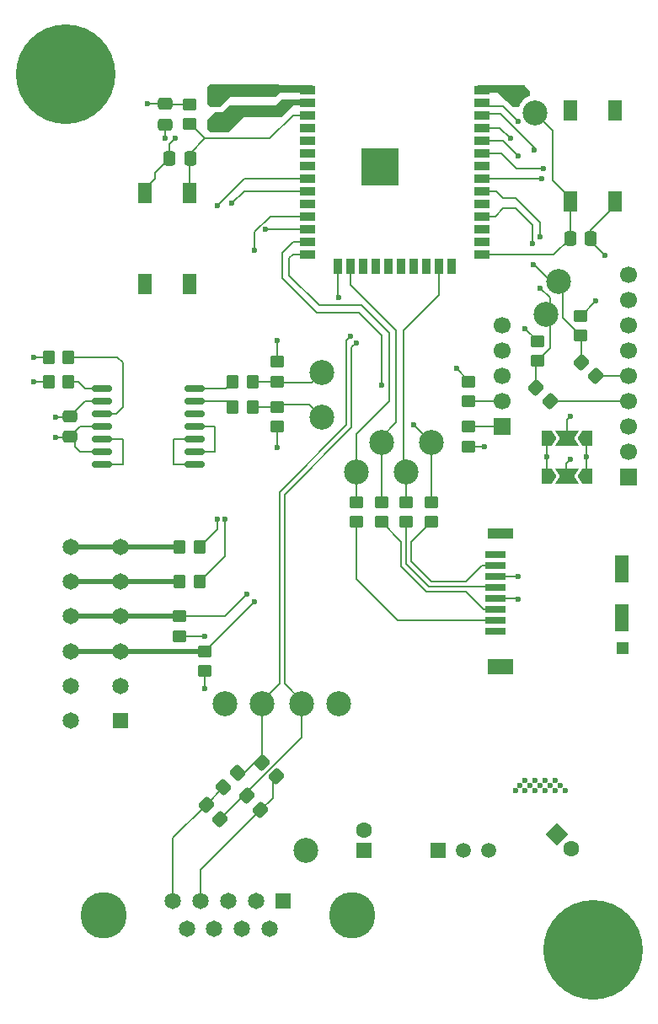
<source format=gbr>
%TF.GenerationSoftware,KiCad,Pcbnew,9.0.1*%
%TF.CreationDate,2025-06-18T18:36:31+02:00*%
%TF.ProjectId,open_g,6f70656e-5f67-42e6-9b69-6361645f7063,rev?*%
%TF.SameCoordinates,Original*%
%TF.FileFunction,Copper,L1,Top*%
%TF.FilePolarity,Positive*%
%FSLAX46Y46*%
G04 Gerber Fmt 4.6, Leading zero omitted, Abs format (unit mm)*
G04 Created by KiCad (PCBNEW 9.0.1) date 2025-06-18 18:36:31*
%MOMM*%
%LPD*%
G01*
G04 APERTURE LIST*
G04 Aperture macros list*
%AMRoundRect*
0 Rectangle with rounded corners*
0 $1 Rounding radius*
0 $2 $3 $4 $5 $6 $7 $8 $9 X,Y pos of 4 corners*
0 Add a 4 corners polygon primitive as box body*
4,1,4,$2,$3,$4,$5,$6,$7,$8,$9,$2,$3,0*
0 Add four circle primitives for the rounded corners*
1,1,$1+$1,$2,$3*
1,1,$1+$1,$4,$5*
1,1,$1+$1,$6,$7*
1,1,$1+$1,$8,$9*
0 Add four rect primitives between the rounded corners*
20,1,$1+$1,$2,$3,$4,$5,0*
20,1,$1+$1,$4,$5,$6,$7,0*
20,1,$1+$1,$6,$7,$8,$9,0*
20,1,$1+$1,$8,$9,$2,$3,0*%
%AMRotRect*
0 Rectangle, with rotation*
0 The origin of the aperture is its center*
0 $1 length*
0 $2 width*
0 $3 Rotation angle, in degrees counterclockwise*
0 Add horizontal line*
21,1,$1,$2,0,0,$3*%
%AMFreePoly0*
4,1,6,1.000000,0.000000,0.500000,-0.750000,-0.500000,-0.750000,-0.500000,0.750000,0.500000,0.750000,1.000000,0.000000,1.000000,0.000000,$1*%
%AMFreePoly1*
4,1,7,0.700000,0.000000,1.200000,-0.750000,-1.200000,-0.750000,-0.700000,0.000000,-1.200000,0.750000,1.200000,0.750000,0.700000,0.000000,0.700000,0.000000,$1*%
G04 Aperture macros list end*
%TA.AperFunction,SMDPad,CuDef*%
%ADD10RoundRect,0.250000X-0.350000X-0.450000X0.350000X-0.450000X0.350000X0.450000X-0.350000X0.450000X0*%
%TD*%
%TA.AperFunction,SMDPad,CuDef*%
%ADD11C,2.500000*%
%TD*%
%TA.AperFunction,SMDPad,CuDef*%
%ADD12RoundRect,0.250000X0.450000X-0.350000X0.450000X0.350000X-0.450000X0.350000X-0.450000X-0.350000X0*%
%TD*%
%TA.AperFunction,SMDPad,CuDef*%
%ADD13FreePoly0,180.000000*%
%TD*%
%TA.AperFunction,SMDPad,CuDef*%
%ADD14FreePoly1,180.000000*%
%TD*%
%TA.AperFunction,SMDPad,CuDef*%
%ADD15FreePoly0,0.000000*%
%TD*%
%TA.AperFunction,ComponentPad*%
%ADD16R,1.700000X1.700000*%
%TD*%
%TA.AperFunction,ComponentPad*%
%ADD17C,1.700000*%
%TD*%
%TA.AperFunction,SMDPad,CuDef*%
%ADD18RoundRect,0.250000X-0.450000X0.350000X-0.450000X-0.350000X0.450000X-0.350000X0.450000X0.350000X0*%
%TD*%
%TA.AperFunction,SMDPad,CuDef*%
%ADD19RoundRect,0.250000X0.337500X0.475000X-0.337500X0.475000X-0.337500X-0.475000X0.337500X-0.475000X0*%
%TD*%
%TA.AperFunction,ComponentPad*%
%ADD20C,0.900000*%
%TD*%
%TA.AperFunction,ComponentPad*%
%ADD21C,10.000000*%
%TD*%
%TA.AperFunction,ComponentPad*%
%ADD22R,1.500000X1.500000*%
%TD*%
%TA.AperFunction,ComponentPad*%
%ADD23C,1.500000*%
%TD*%
%TA.AperFunction,SMDPad,CuDef*%
%ADD24RoundRect,0.250000X0.475000X-0.337500X0.475000X0.337500X-0.475000X0.337500X-0.475000X-0.337500X0*%
%TD*%
%TA.AperFunction,SMDPad,CuDef*%
%ADD25RoundRect,0.250000X0.070711X-0.565685X0.565685X-0.070711X-0.070711X0.565685X-0.565685X0.070711X0*%
%TD*%
%TA.AperFunction,ComponentPad*%
%ADD26R,1.600000X1.600000*%
%TD*%
%TA.AperFunction,ComponentPad*%
%ADD27C,1.600000*%
%TD*%
%TA.AperFunction,SMDPad,CuDef*%
%ADD28RoundRect,0.250000X0.565685X0.070711X0.070711X0.565685X-0.565685X-0.070711X-0.070711X-0.565685X0*%
%TD*%
%TA.AperFunction,SMDPad,CuDef*%
%ADD29R,1.400000X2.100000*%
%TD*%
%TA.AperFunction,SMDPad,CuDef*%
%ADD30RoundRect,0.250000X-0.565685X-0.070711X-0.070711X-0.565685X0.565685X0.070711X0.070711X0.565685X0*%
%TD*%
%TA.AperFunction,ComponentPad*%
%ADD31R,1.650000X1.650000*%
%TD*%
%TA.AperFunction,ComponentPad*%
%ADD32C,1.650000*%
%TD*%
%TA.AperFunction,SMDPad,CuDef*%
%ADD33RoundRect,0.150000X0.875000X0.150000X-0.875000X0.150000X-0.875000X-0.150000X0.875000X-0.150000X0*%
%TD*%
%TA.AperFunction,SMDPad,CuDef*%
%ADD34R,1.500000X0.900000*%
%TD*%
%TA.AperFunction,SMDPad,CuDef*%
%ADD35R,0.900000X1.500000*%
%TD*%
%TA.AperFunction,SMDPad,CuDef*%
%ADD36R,0.900000X0.900000*%
%TD*%
%TA.AperFunction,HeatsinkPad*%
%ADD37C,0.600000*%
%TD*%
%TA.AperFunction,HeatsinkPad*%
%ADD38R,3.800000X3.800000*%
%TD*%
%TA.AperFunction,SMDPad,CuDef*%
%ADD39RoundRect,0.250000X0.350000X0.450000X-0.350000X0.450000X-0.350000X-0.450000X0.350000X-0.450000X0*%
%TD*%
%TA.AperFunction,ComponentPad*%
%ADD40RotRect,1.600000X1.600000X315.000000*%
%TD*%
%TA.AperFunction,ComponentPad*%
%ADD41C,4.650000*%
%TD*%
%TA.AperFunction,SMDPad,CuDef*%
%ADD42R,2.000000X0.700000*%
%TD*%
%TA.AperFunction,SMDPad,CuDef*%
%ADD43R,2.600000X1.000000*%
%TD*%
%TA.AperFunction,SMDPad,CuDef*%
%ADD44R,2.600000X1.500000*%
%TD*%
%TA.AperFunction,SMDPad,CuDef*%
%ADD45R,1.400000X2.700000*%
%TD*%
%TA.AperFunction,SMDPad,CuDef*%
%ADD46R,1.200000X1.200000*%
%TD*%
%TA.AperFunction,SMDPad,CuDef*%
%ADD47RoundRect,0.250000X-0.337500X-0.475000X0.337500X-0.475000X0.337500X0.475000X-0.337500X0.475000X0*%
%TD*%
%TA.AperFunction,SMDPad,CuDef*%
%ADD48RoundRect,0.250000X-0.475000X0.337500X-0.475000X-0.337500X0.475000X-0.337500X0.475000X0.337500X0*%
%TD*%
%TA.AperFunction,ViaPad*%
%ADD49C,0.600000*%
%TD*%
%TA.AperFunction,Conductor*%
%ADD50C,0.200000*%
%TD*%
%TA.AperFunction,Conductor*%
%ADD51C,0.500000*%
%TD*%
G04 APERTURE END LIST*
D10*
%TO.P,R2,1*%
%TO.N,/I2C_3_SDA*%
X117500000Y-103500000D03*
%TO.P,R2,2*%
%TO.N,Net-(U1-IO32)*%
X119500000Y-103500000D03*
%TD*%
D11*
%TO.P,TP12,1,1*%
%TO.N,/SPI_MOSI*%
X137750000Y-93000000D03*
%TD*%
D12*
%TO.P,R5,1*%
%TO.N,Net-(J2-CLK)*%
X140250000Y-101000000D03*
%TO.P,R5,2*%
%TO.N,/SPI_CLK*%
X140250000Y-99000000D03*
%TD*%
D11*
%TO.P,TP1,1,1*%
%TO.N,GND*%
X122000000Y-119250000D03*
%TD*%
D12*
%TO.P,R17,1*%
%TO.N,GND*%
X146533001Y-93440000D03*
%TO.P,R17,2*%
%TO.N,/ISM_SCX*%
X146533001Y-91440000D03*
%TD*%
%TO.P,R3,1*%
%TO.N,/ESP1_EN*%
X118500000Y-61037500D03*
%TO.P,R3,2*%
%TO.N,+3V3*%
X118500000Y-59037500D03*
%TD*%
D10*
%TO.P,R1,1*%
%TO.N,/I2C_3_SCL*%
X117500000Y-107000000D03*
%TO.P,R1,2*%
%TO.N,Net-(U1-IO33)*%
X119500000Y-107000000D03*
%TD*%
D11*
%TO.P,TP2,1,1*%
%TO.N,+12V*%
X130200000Y-134000000D03*
%TD*%
D13*
%TO.P,JP1,1,A*%
%TO.N,GND*%
X158400001Y-96455000D03*
D14*
%TO.P,JP1,2,C*%
%TO.N,/SDO_SA0*%
X156400000Y-96455000D03*
D15*
%TO.P,JP1,3,B*%
%TO.N,+3V3*%
X154399999Y-96455000D03*
%TD*%
D12*
%TO.P,R7,1*%
%TO.N,Net-(J2-CD{slash}DAT3)*%
X135250000Y-101000000D03*
%TO.P,R7,2*%
%TO.N,/SPI_CS*%
X135250000Y-99000000D03*
%TD*%
D16*
%TO.P,J4,1,Pin_1*%
%TO.N,/ISM_SCX*%
X149860000Y-91440000D03*
D17*
%TO.P,J4,2,Pin_2*%
%TO.N,/ISM_SDX*%
X149860000Y-88900000D03*
%TO.P,J4,3,Pin_3*%
%TO.N,/OCS_AUX*%
X149860000Y-86360000D03*
%TO.P,J4,4,Pin_4*%
%TO.N,/SDO_AUX*%
X149860000Y-83820000D03*
%TO.P,J4,5,Pin_5*%
%TO.N,GND*%
X149860000Y-81280000D03*
%TD*%
D18*
%TO.P,R20,1*%
%TO.N,/I2C_2_SDA*%
X127300000Y-89440000D03*
%TO.P,R20,2*%
%TO.N,+3V3*%
X127300000Y-91440000D03*
%TD*%
D12*
%TO.P,R21,1*%
%TO.N,/I2C_2_SCL*%
X127300000Y-86940000D03*
%TO.P,R21,2*%
%TO.N,+3V3*%
X127300000Y-84940000D03*
%TD*%
D19*
%TO.P,C1,1*%
%TO.N,/ESP1_EN*%
X118537500Y-64500000D03*
%TO.P,C1,2*%
%TO.N,GND*%
X116462500Y-64500000D03*
%TD*%
D20*
%TO.P,H2,1*%
%TO.N,N/C*%
X102250000Y-56000000D03*
X103348350Y-53348350D03*
X103348350Y-58651650D03*
X106000000Y-52250000D03*
D21*
X106000000Y-56000000D03*
D20*
X106000000Y-59750000D03*
X108651650Y-53348350D03*
X108651650Y-58651650D03*
X109750000Y-56000000D03*
%TD*%
D22*
%TO.P,PS1,1,+VIN*%
%TO.N,+12V*%
X143460000Y-134000000D03*
D23*
%TO.P,PS1,2,GND*%
%TO.N,GND*%
X146000000Y-134000000D03*
%TO.P,PS1,3,+VOUT*%
%TO.N,+3V3*%
X148540000Y-134000000D03*
%TD*%
D11*
%TO.P,TP16,1,1*%
%TO.N,/ESP1_BOOT*%
X153200000Y-59900000D03*
%TD*%
D24*
%TO.P,C6,1*%
%TO.N,+3V3*%
X126000000Y-59750000D03*
%TO.P,C6,2*%
%TO.N,GND*%
X126000000Y-57675000D03*
%TD*%
D11*
%TO.P,TP10,1,1*%
%TO.N,/SPI_CLK*%
X140250000Y-96000000D03*
%TD*%
D25*
%TO.P,R8,1*%
%TO.N,/UART_1_TX_IO*%
X121896699Y-127660660D03*
%TO.P,R8,2*%
%TO.N,/UART_1_TX*%
X123310913Y-126246446D03*
%TD*%
D26*
%TO.P,C2,1*%
%TO.N,+12V*%
X136000000Y-134000000D03*
D27*
%TO.P,C2,2*%
%TO.N,GND*%
X136000000Y-132000000D03*
%TD*%
D12*
%TO.P,R12,1*%
%TO.N,/I2C_1_SCL*%
X153416000Y-84836000D03*
%TO.P,R12,2*%
%TO.N,+3V3*%
X153416000Y-82836000D03*
%TD*%
D18*
%TO.P,R16,1*%
%TO.N,GND*%
X146533001Y-86900000D03*
%TO.P,R16,2*%
%TO.N,/ISM_SDX*%
X146533001Y-88900000D03*
%TD*%
D20*
%TO.P,H1,1*%
%TO.N,N/C*%
X155250000Y-144000000D03*
X156348350Y-141348350D03*
X156348350Y-146651650D03*
X159000000Y-140250000D03*
D21*
X159000000Y-144000000D03*
D20*
X159000000Y-147750000D03*
X161651650Y-141348350D03*
X161651650Y-146651650D03*
X162750000Y-144000000D03*
%TD*%
D16*
%TO.P,J3,1,Pin_1*%
%TO.N,+3V3*%
X162560000Y-96520000D03*
D17*
%TO.P,J3,2,Pin_2*%
X162560000Y-93980000D03*
%TO.P,J3,3,Pin_3*%
%TO.N,GND*%
X162560000Y-91440001D03*
%TO.P,J3,4,Pin_4*%
%TO.N,Net-(J3-Pin_4)*%
X162560000Y-88900000D03*
%TO.P,J3,5,Pin_5*%
%TO.N,Net-(J3-Pin_5)*%
X162560000Y-86360000D03*
%TO.P,J3,6,Pin_6*%
%TO.N,/SDO_SA0*%
X162560000Y-83820000D03*
%TO.P,J3,7,Pin_7*%
%TO.N,/CS_5V*%
X162560000Y-81280000D03*
%TO.P,J3,8,Pin_8*%
%TO.N,/ISM_INT_1*%
X162560000Y-78739999D03*
%TO.P,J3,9,Pin_9*%
%TO.N,/ISM_INT_2*%
X162560000Y-76200000D03*
%TD*%
D28*
%TO.P,R10,1*%
%TO.N,/UART_1_RX_IO*%
X127200000Y-126600000D03*
%TO.P,R10,2*%
%TO.N,/UART_1_TX*%
X125785786Y-125185786D03*
%TD*%
D29*
%TO.P,IC1,1,NO_1*%
%TO.N,/ESP1_EN*%
X118500000Y-68000000D03*
%TO.P,IC1,2,NO_2*%
%TO.N,unconnected-(IC1-NO_2-Pad2)*%
X118500000Y-77100000D03*
%TO.P,IC1,3,COM_1*%
%TO.N,GND*%
X114000000Y-68000000D03*
%TO.P,IC1,4,COM_2*%
%TO.N,unconnected-(IC1-COM_2-Pad4)*%
X114000000Y-77100000D03*
%TD*%
D28*
%TO.P,R11,1*%
%TO.N,/UART_1_RX_IO*%
X125609010Y-129958757D03*
%TO.P,R11,2*%
%TO.N,/UART_1_RX*%
X124194796Y-128544543D03*
%TD*%
D24*
%TO.P,C8,1*%
%TO.N,+3V3*%
X106450000Y-92477500D03*
%TO.P,C8,2*%
%TO.N,GND*%
X106450000Y-90402500D03*
%TD*%
D13*
%TO.P,JP2,1,A*%
%TO.N,GND*%
X158400002Y-92600000D03*
D14*
%TO.P,JP2,2,C*%
%TO.N,/CS_5V*%
X156400001Y-92600000D03*
D15*
%TO.P,JP2,3,B*%
%TO.N,+3V3*%
X154400000Y-92600000D03*
%TD*%
D18*
%TO.P,R18,1*%
%TO.N,/UART_2_TX*%
X120000000Y-114000000D03*
%TO.P,R18,2*%
%TO.N,+3V3*%
X120000000Y-116000000D03*
%TD*%
D30*
%TO.P,R15,1*%
%TO.N,/I2C_1_SDA*%
X157843786Y-84945786D03*
%TO.P,R15,2*%
%TO.N,Net-(J3-Pin_5)*%
X159258000Y-86360000D03*
%TD*%
D31*
%TO.P,J5,1,1.1*%
%TO.N,GND*%
X111500000Y-121000000D03*
D32*
%TO.P,J5,2,1.2*%
X106500000Y-121000000D03*
%TO.P,J5,3,2.1*%
%TO.N,+3V3*%
X111500000Y-117500000D03*
%TO.P,J5,4,2.2*%
X106500000Y-117500000D03*
%TO.P,J5,5,3.1*%
%TO.N,/UART_2_TX*%
X111500000Y-114000000D03*
%TO.P,J5,6,3.2*%
X106500000Y-114000000D03*
%TO.P,J5,7,4.1*%
%TO.N,/UART_2_RX*%
X111500000Y-110500000D03*
%TO.P,J5,8,4.2*%
X106500000Y-110500000D03*
%TO.P,J5,9,5.1*%
%TO.N,/I2C_3_SCL*%
X111500000Y-107000000D03*
%TO.P,J5,10,5.2*%
X106500000Y-107000000D03*
%TO.P,J5,11,6.1*%
%TO.N,/I2C_3_SDA*%
X111500000Y-103500000D03*
%TO.P,J5,12,6.2*%
X106500000Y-103500000D03*
%TD*%
D11*
%TO.P,TP8,1,1*%
%TO.N,/I2C_1_SCL*%
X154300000Y-80200000D03*
%TD*%
D33*
%TO.P,IC3,1,SGND_1*%
%TO.N,Net-(IC3-SGND_1)*%
X118950000Y-95250000D03*
%TO.P,IC3,2,SOUT-_1*%
%TO.N,Net-(IC3-SOUT-_1)*%
X118950000Y-93980000D03*
%TO.P,IC3,3,SGND_2*%
%TO.N,Net-(IC3-SGND_1)*%
X118950000Y-92710000D03*
%TO.P,IC3,4,SOUT-_2*%
%TO.N,Net-(IC3-SOUT-_1)*%
X118950000Y-91440000D03*
%TO.P,IC3,5,SDO*%
%TO.N,unconnected-(IC3-SDO-Pad5)*%
X118950000Y-90170000D03*
%TO.P,IC3,6,SDI/SDA*%
%TO.N,Net-(IC3-SDI{slash}SDA)*%
X118950000Y-88900000D03*
%TO.P,IC3,7,SCLK/SCL*%
%TO.N,Net-(IC3-SCLK{slash}SCL)*%
X118950000Y-87630000D03*
%TO.P,IC3,8,CSB*%
%TO.N,Net-(IC3-CSB)*%
X109650000Y-87630000D03*
%TO.P,IC3,9,GND*%
%TO.N,GND*%
X109650000Y-88900000D03*
%TO.P,IC3,10,PS*%
%TO.N,Net-(IC3-PS)*%
X109650000Y-90170000D03*
%TO.P,IC3,11,SUPPLY+_1*%
%TO.N,+3V3*%
X109650000Y-91440000D03*
%TO.P,IC3,12,SOUT+_1*%
%TO.N,Net-(IC3-SOUT+_1)*%
X109650000Y-92710000D03*
%TO.P,IC3,13,SUPPLY+_2*%
%TO.N,+3V3*%
X109650000Y-93980000D03*
%TO.P,IC3,14,SOUT+_2*%
%TO.N,Net-(IC3-SOUT+_1)*%
X109650000Y-95250000D03*
%TD*%
D11*
%TO.P,TP15,1,1*%
%TO.N,/UART_1_TX*%
X125750000Y-119250000D03*
%TD*%
D34*
%TO.P,U1,1,GND*%
%TO.N,GND*%
X130350000Y-57610000D03*
%TO.P,U1,2,VDD*%
%TO.N,+3V3*%
X130350000Y-58880000D03*
%TO.P,U1,3,EN*%
%TO.N,/ESP1_EN*%
X130350000Y-60150000D03*
%TO.P,U1,4,SENSOR_VP*%
%TO.N,unconnected-(U1-SENSOR_VP-Pad4)*%
X130350000Y-61420000D03*
%TO.P,U1,5,SENSOR_VN*%
%TO.N,unconnected-(U1-SENSOR_VN-Pad5)*%
X130350000Y-62690000D03*
%TO.P,U1,6,IO34*%
%TO.N,unconnected-(U1-IO34-Pad6)*%
X130350000Y-63960000D03*
%TO.P,U1,7,IO35*%
%TO.N,unconnected-(U1-IO35-Pad7)*%
X130350000Y-65230000D03*
%TO.P,U1,8,IO32*%
%TO.N,Net-(U1-IO32)*%
X130350000Y-66500000D03*
%TO.P,U1,9,IO33*%
%TO.N,Net-(U1-IO33)*%
X130350000Y-67770000D03*
%TO.P,U1,10,IO25*%
%TO.N,unconnected-(U1-IO25-Pad10)*%
X130350000Y-69040000D03*
%TO.P,U1,11,IO26*%
%TO.N,/UART_2_TX*%
X130350000Y-70310000D03*
%TO.P,U1,12,IO27*%
%TO.N,/UART_2_RX*%
X130350000Y-71580000D03*
%TO.P,U1,13,IO14*%
%TO.N,/SPI_MISO*%
X130350000Y-72850000D03*
%TO.P,U1,14,IO12*%
%TO.N,/SPI_CS*%
X130350000Y-74120000D03*
D35*
%TO.P,U1,15,GND*%
%TO.N,GND*%
X133390000Y-75370000D03*
%TO.P,U1,16,IO13*%
%TO.N,/SPI_MOSI*%
X134660000Y-75370000D03*
%TO.P,U1,17,NC*%
%TO.N,unconnected-(U1-NC-Pad17)*%
X135930000Y-75370000D03*
%TO.P,U1,18,NC*%
%TO.N,unconnected-(U1-NC-Pad18)*%
X137200000Y-75370000D03*
%TO.P,U1,19,NC*%
%TO.N,unconnected-(U1-NC-Pad19)*%
X138470000Y-75370000D03*
%TO.P,U1,20,NC*%
%TO.N,unconnected-(U1-NC-Pad20)*%
X139740000Y-75370000D03*
%TO.P,U1,21,NC*%
%TO.N,unconnected-(U1-NC-Pad21)*%
X141010000Y-75370000D03*
%TO.P,U1,22,NC*%
%TO.N,unconnected-(U1-NC-Pad22)*%
X142280000Y-75370000D03*
%TO.P,U1,23,IO15*%
%TO.N,/SPI_CLK*%
X143550000Y-75370000D03*
%TO.P,U1,24,IO2*%
%TO.N,unconnected-(U1-IO2-Pad24)*%
X144820000Y-75370000D03*
D34*
%TO.P,U1,25,IO0*%
%TO.N,/ESP1_BOOT*%
X147850000Y-74120000D03*
%TO.P,U1,26,IO4*%
%TO.N,unconnected-(U1-IO4-Pad26)*%
X147850000Y-72850000D03*
%TO.P,U1,27,IO16*%
%TO.N,unconnected-(U1-IO16-Pad27)*%
X147850000Y-71580000D03*
%TO.P,U1,28,IO17*%
%TO.N,/I2C_1_SDA*%
X147850000Y-70310000D03*
%TO.P,U1,29,IO5*%
%TO.N,unconnected-(U1-IO5-Pad29)*%
X147850000Y-69040000D03*
%TO.P,U1,30,IO18*%
%TO.N,/I2C_1_SCL*%
X147850000Y-67770000D03*
%TO.P,U1,31,IO19*%
%TO.N,/ISM_INT_1*%
X147850000Y-66500000D03*
%TO.P,U1,32,NC*%
%TO.N,unconnected-(U1-NC-Pad32)*%
X147850000Y-65230000D03*
%TO.P,U1,33,IO21*%
%TO.N,/ISM_INT_2*%
X147850000Y-63960000D03*
%TO.P,U1,34,RXD0/IO3*%
%TO.N,/UART_1_RX*%
X147850000Y-62690000D03*
%TO.P,U1,35,TXD0/IO1*%
%TO.N,/UART_1_TX*%
X147850000Y-61420000D03*
%TO.P,U1,36,IO22*%
%TO.N,/I2C_2_SDA*%
X147850000Y-60150000D03*
%TO.P,U1,37,IO23*%
%TO.N,/I2C_2_SCL*%
X147850000Y-58880000D03*
%TO.P,U1,38,GND*%
%TO.N,GND*%
X147850000Y-57610000D03*
D36*
%TO.P,U1,39,GND*%
X136200000Y-63930000D03*
D37*
X136200000Y-64630000D03*
D36*
X136200000Y-65330000D03*
D37*
X136200000Y-66030000D03*
D36*
X136200000Y-66730000D03*
D37*
X136900000Y-63930000D03*
X136900000Y-65330000D03*
X136900000Y-66730000D03*
X137575000Y-64630000D03*
X137575000Y-66030000D03*
D36*
X137600000Y-63930000D03*
X137600000Y-65330000D03*
D38*
X137600000Y-65330000D03*
D36*
X137600000Y-66730000D03*
D37*
X138300000Y-63930000D03*
X138300000Y-65330000D03*
X138300000Y-66730000D03*
D36*
X139000000Y-63930000D03*
D37*
X139000000Y-64630000D03*
D36*
X139000000Y-65330000D03*
D37*
X139000000Y-66030000D03*
D36*
X139000000Y-66730000D03*
%TD*%
D11*
%TO.P,TP14,1,1*%
%TO.N,/UART_1_RX*%
X129750000Y-119250000D03*
%TD*%
D10*
%TO.P,R24,1*%
%TO.N,GND*%
X104300000Y-86940000D03*
%TO.P,R24,2*%
%TO.N,Net-(IC3-CSB)*%
X106300000Y-86940000D03*
%TD*%
D39*
%TO.P,R23,1*%
%TO.N,/I2C_2_SCL*%
X124800000Y-86940000D03*
%TO.P,R23,2*%
%TO.N,Net-(IC3-SCLK{slash}SCL)*%
X122800000Y-86940000D03*
%TD*%
D12*
%TO.P,R6,1*%
%TO.N,Net-(J2-CMD)*%
X137750000Y-101000000D03*
%TO.P,R6,2*%
%TO.N,/SPI_MOSI*%
X137750000Y-99000000D03*
%TD*%
D10*
%TO.P,R22,1*%
%TO.N,Net-(IC3-SDI{slash}SDA)*%
X122800000Y-89440000D03*
%TO.P,R22,2*%
%TO.N,/I2C_2_SDA*%
X124800000Y-89440000D03*
%TD*%
D40*
%TO.P,C3,1*%
%TO.N,+3V3*%
X155385786Y-132385786D03*
D27*
%TO.P,C3,2*%
%TO.N,GND*%
X156800000Y-133800000D03*
%TD*%
D12*
%TO.P,R4,1*%
%TO.N,Net-(J2-DAT0)*%
X142750000Y-101000000D03*
%TO.P,R4,2*%
%TO.N,/SPI_MISO*%
X142750000Y-99000000D03*
%TD*%
%TO.P,R14,1*%
%TO.N,/I2C_1_SDA*%
X157734000Y-82296000D03*
%TO.P,R14,2*%
%TO.N,+3V3*%
X157734000Y-80296000D03*
%TD*%
D18*
%TO.P,R19,1*%
%TO.N,/UART_2_RX*%
X117500000Y-110500000D03*
%TO.P,R19,2*%
%TO.N,+3V3*%
X117500000Y-112500000D03*
%TD*%
D11*
%TO.P,TP9,1,1*%
%TO.N,/I2C_1_SDA*%
X155600000Y-76900000D03*
%TD*%
D31*
%TO.P,J1,1,1*%
%TO.N,GND*%
X127895000Y-139080000D03*
D32*
%TO.P,J1,2,2*%
%TO.N,+12V*%
X125125000Y-139080000D03*
%TO.P,J1,3,3*%
%TO.N,unconnected-(J1-Pad3)*%
X122355000Y-139080000D03*
%TO.P,J1,4,4*%
%TO.N,/UART_1_RX_IO*%
X119585000Y-139080000D03*
%TO.P,J1,5,5*%
%TO.N,/UART_1_TX_IO*%
X116815000Y-139080000D03*
%TO.P,J1,6,6*%
%TO.N,unconnected-(J1-Pad6)*%
X126510000Y-141920000D03*
%TO.P,J1,7,7*%
%TO.N,unconnected-(J1-Pad7)*%
X123740000Y-141920000D03*
%TO.P,J1,8,8*%
%TO.N,unconnected-(J1-Pad8)*%
X120970000Y-141920000D03*
%TO.P,J1,9,9*%
%TO.N,unconnected-(J1-Pad9)*%
X118200000Y-141920000D03*
D41*
%TO.P,J1,MH1*%
%TO.N,N/C*%
X134850000Y-140500000D03*
%TO.P,J1,MH2*%
X109860000Y-140500000D03*
%TD*%
D11*
%TO.P,TP5,1,1*%
%TO.N,/I2C_2_SDA*%
X131750000Y-90500000D03*
%TD*%
D24*
%TO.P,C7,1*%
%TO.N,+3V3*%
X123500000Y-59750000D03*
%TO.P,C7,2*%
%TO.N,GND*%
X123500000Y-57675000D03*
%TD*%
D11*
%TO.P,TP3,1,1*%
%TO.N,+3V3*%
X133500000Y-119250000D03*
%TD*%
D29*
%TO.P,IC2,1,NO_1*%
%TO.N,/ESP1_BOOT*%
X156750000Y-68800000D03*
%TO.P,IC2,2,NO_2*%
%TO.N,unconnected-(IC2-NO_2-Pad2)*%
X156750000Y-59700000D03*
%TO.P,IC2,3,COM_1*%
%TO.N,GND*%
X161250000Y-68800000D03*
%TO.P,IC2,4,COM_2*%
%TO.N,unconnected-(IC2-COM_2-Pad4)*%
X161250000Y-59700000D03*
%TD*%
D30*
%TO.P,R9,1*%
%TO.N,/UART_1_TX_IO*%
X120128932Y-129428427D03*
%TO.P,R9,2*%
%TO.N,/UART_1_RX*%
X121543146Y-130842641D03*
%TD*%
%TO.P,R13,1*%
%TO.N,/I2C_1_SCL*%
X153271786Y-87485786D03*
%TO.P,R13,2*%
%TO.N,Net-(J3-Pin_4)*%
X154686000Y-88900000D03*
%TD*%
D39*
%TO.P,R25,1*%
%TO.N,Net-(IC3-PS)*%
X106300000Y-84440000D03*
%TO.P,R25,2*%
%TO.N,+3V3*%
X104300000Y-84440000D03*
%TD*%
D11*
%TO.P,TP13,1,1*%
%TO.N,/SPI_CS*%
X135250000Y-96000000D03*
%TD*%
D42*
%TO.P,J2,1,DAT2*%
%TO.N,unconnected-(J2-DAT2-Pad1)*%
X149225000Y-112000000D03*
%TO.P,J2,2,CD/DAT3*%
%TO.N,Net-(J2-CD{slash}DAT3)*%
X149225000Y-110900000D03*
%TO.P,J2,3,CMD*%
%TO.N,Net-(J2-CMD)*%
X149225000Y-109800000D03*
%TO.P,J2,4,VDD*%
%TO.N,+3V3*%
X149225000Y-108700000D03*
%TO.P,J2,5,CLK*%
%TO.N,Net-(J2-CLK)*%
X149225000Y-107600000D03*
%TO.P,J2,6,VSS*%
%TO.N,GND*%
X149225000Y-106500000D03*
%TO.P,J2,7,DAT0*%
%TO.N,Net-(J2-DAT0)*%
X149225000Y-105400000D03*
%TO.P,J2,8,DAT1*%
%TO.N,unconnected-(J2-DAT1-Pad8)*%
X149225000Y-104300000D03*
D43*
%TO.P,J2,MP1,MP1*%
%TO.N,GND*%
X149725000Y-102200000D03*
D44*
%TO.P,J2,MP2,MP2*%
X149725000Y-115550000D03*
D45*
%TO.P,J2,MP3,MP3*%
X161925000Y-105700000D03*
%TO.P,J2,MP4,MP4*%
X161925000Y-110600000D03*
D46*
%TO.P,J2,MP5,MP5*%
X162025000Y-113650000D03*
%TD*%
D11*
%TO.P,TP4,1,1*%
%TO.N,/I2C_2_SCL*%
X131750000Y-86000000D03*
%TD*%
D47*
%TO.P,C4,1*%
%TO.N,/ESP1_BOOT*%
X156712500Y-72500000D03*
%TO.P,C4,2*%
%TO.N,GND*%
X158787500Y-72500000D03*
%TD*%
D48*
%TO.P,C5,1*%
%TO.N,+3V3*%
X116000000Y-59000000D03*
%TO.P,C5,2*%
%TO.N,GND*%
X116000000Y-61075000D03*
%TD*%
D11*
%TO.P,TP11,1,1*%
%TO.N,/SPI_MISO*%
X142750000Y-93000000D03*
%TD*%
D49*
%TO.N,GND*%
X145288000Y-85598000D03*
X151765000Y-58420000D03*
X162000000Y-113750000D03*
X120650000Y-58166000D03*
X102800000Y-86940000D03*
X122000000Y-119250000D03*
X121412000Y-58928000D03*
X151257000Y-58928000D03*
X160250000Y-74250000D03*
X149750000Y-102250000D03*
X162000000Y-105750000D03*
X133500000Y-78500000D03*
X152273000Y-57912000D03*
X121412000Y-58166000D03*
X151500000Y-106500000D03*
X158369000Y-94488000D03*
X162000000Y-110750000D03*
X148082000Y-93421200D03*
X151003000Y-58166000D03*
X121412000Y-57404000D03*
X105000000Y-90500000D03*
X116000000Y-62500000D03*
X120650000Y-58928000D03*
X117000000Y-62500000D03*
X149750000Y-115500000D03*
X120650000Y-57404000D03*
X151511000Y-57658000D03*
%TO.N,+3V3*%
X154200000Y-127000000D03*
X153200000Y-128000000D03*
X153700000Y-127500000D03*
X155200000Y-128000000D03*
X151500000Y-108750000D03*
X151200000Y-128000000D03*
X154400000Y-94500000D03*
X114250000Y-59000000D03*
X152200000Y-81600000D03*
X152200000Y-128000000D03*
X152200000Y-127000000D03*
X120650000Y-61468000D03*
X121412000Y-61468000D03*
X127250000Y-82750000D03*
X152700000Y-127500000D03*
X154700000Y-127500000D03*
X102800000Y-84440000D03*
X155200000Y-127000000D03*
X159300000Y-78800000D03*
X120000000Y-112500000D03*
X127250000Y-93500000D03*
X120650000Y-60706000D03*
X154200000Y-128000000D03*
X151700000Y-127500000D03*
X156200000Y-128000000D03*
X121412000Y-60706000D03*
X133500000Y-119250000D03*
X155700000Y-127500000D03*
X105000000Y-92500000D03*
X153200000Y-127000000D03*
X122174000Y-60706000D03*
X120000000Y-117750000D03*
X122174000Y-61468000D03*
%TO.N,+12V*%
X130200000Y-134000000D03*
%TO.N,/UART_1_TX*%
X134625000Y-82375000D03*
X150750000Y-62500000D03*
%TO.N,/UART_1_RX*%
X151500000Y-64250000D03*
X135250000Y-83000000D03*
%TO.N,/SPI_MISO*%
X137750000Y-87250000D03*
X141000000Y-91250000D03*
%TO.N,/I2C_1_SCL*%
X153700000Y-77500000D03*
X153700000Y-72400000D03*
%TO.N,/I2C_1_SDA*%
X152950003Y-73038138D03*
X153000000Y-75200000D03*
%TO.N,/I2C_2_SDA*%
X131750000Y-90500000D03*
X153125000Y-63625000D03*
%TO.N,/I2C_2_SCL*%
X131750000Y-86000000D03*
X151500000Y-60750000D03*
%TO.N,/UART_2_TX*%
X125000000Y-73750000D03*
X125000000Y-109000000D03*
%TO.N,/UART_2_RX*%
X126125000Y-71625000D03*
X124250000Y-108250000D03*
%TO.N,Net-(U1-IO33)*%
X122750000Y-69000000D03*
X122050003Y-100750000D03*
%TO.N,Net-(U1-IO32)*%
X121250000Y-69250000D03*
X121250000Y-100750000D03*
%TO.N,/CS_5V*%
X156718000Y-90424000D03*
%TO.N,/SDO_SA0*%
X156718000Y-94742000D03*
%TO.N,/ISM_INT_2*%
X154000000Y-65500000D03*
%TO.N,/ISM_INT_1*%
X153900000Y-66500000D03*
%TD*%
D50*
%TO.N,GND*%
X146533001Y-86843001D02*
X146533001Y-86900000D01*
X146533001Y-93440000D02*
X148063200Y-93440000D01*
X161950000Y-105700000D02*
X162000000Y-105750000D01*
X114000000Y-67500000D02*
X115000000Y-66500000D01*
X158787500Y-71712500D02*
X158787500Y-72500000D01*
X161250000Y-68800000D02*
X161250000Y-69250000D01*
X161925000Y-105700000D02*
X161950000Y-105700000D01*
X133390000Y-78390000D02*
X133500000Y-78500000D01*
X106262500Y-90402500D02*
X106450000Y-90402500D01*
X114000000Y-68000000D02*
X114000000Y-67500000D01*
X145288000Y-85598000D02*
X146533001Y-86843001D01*
X158787500Y-72787500D02*
X160250000Y-74250000D01*
X161925000Y-110600000D02*
X161925000Y-110675000D01*
X109650000Y-88900000D02*
X107952500Y-88900000D01*
X158369000Y-94488000D02*
X158369000Y-92424000D01*
X115000000Y-66500000D02*
X115000000Y-65962500D01*
X158369000Y-94488000D02*
X158496000Y-94488000D01*
X149725000Y-102200000D02*
X149725000Y-102225000D01*
X116462500Y-63037500D02*
X117000000Y-62500000D01*
X116000000Y-61075000D02*
X116000000Y-62500000D01*
X158369000Y-96298000D02*
X158369000Y-94488000D01*
X105000000Y-90500000D02*
X106165000Y-90500000D01*
X106165000Y-90500000D02*
X106262500Y-90402500D01*
X104300000Y-86940000D02*
X102800000Y-86940000D01*
X149725000Y-102225000D02*
X149750000Y-102250000D01*
X158787500Y-72500000D02*
X158787500Y-72787500D01*
X162025000Y-113725000D02*
X162000000Y-113750000D01*
X162025000Y-113650000D02*
X162025000Y-113725000D01*
X149725000Y-115550000D02*
X149725000Y-115525000D01*
X116462500Y-64500000D02*
X116462500Y-63037500D01*
X107952500Y-88900000D02*
X106450000Y-90402500D01*
X133390000Y-75370000D02*
X133390000Y-78390000D01*
X115000000Y-65962500D02*
X116462500Y-64500000D01*
X149725000Y-115525000D02*
X149750000Y-115500000D01*
X161250000Y-69250000D02*
X158787500Y-71712500D01*
X161925000Y-110675000D02*
X162000000Y-110750000D01*
X148063200Y-93440000D02*
X148082000Y-93421200D01*
X149225000Y-106500000D02*
X151500000Y-106500000D01*
%TO.N,+3V3*%
X153416000Y-82836000D02*
X153416000Y-82816000D01*
X154400000Y-94500000D02*
X154400000Y-92487000D01*
X127300000Y-84940000D02*
X127300000Y-82800000D01*
X120000000Y-116000000D02*
X120000000Y-117750000D01*
X106950000Y-91940000D02*
X107450000Y-91440000D01*
X127300000Y-93450000D02*
X127250000Y-93500000D01*
X116000000Y-59000000D02*
X116500000Y-59000000D01*
X127300000Y-82800000D02*
X127250000Y-82750000D01*
X104300000Y-84440000D02*
X102800000Y-84440000D01*
X116537500Y-59037500D02*
X118500000Y-59037500D01*
X109650000Y-93980000D02*
X107490000Y-93980000D01*
X106277500Y-92477500D02*
X106450000Y-92477500D01*
X107490000Y-93980000D02*
X106950000Y-93440000D01*
X149225000Y-108700000D02*
X151450000Y-108700000D01*
X106255000Y-92500000D02*
X106277500Y-92477500D01*
X154400000Y-92487000D02*
X154369000Y-92456000D01*
X116000000Y-59000000D02*
X114250000Y-59000000D01*
X157804000Y-80296000D02*
X159300000Y-78800000D01*
X116500000Y-59000000D02*
X116537500Y-59037500D01*
X154400000Y-96456999D02*
X154336999Y-96520000D01*
X154400000Y-94500000D02*
X154400000Y-96456999D01*
X127300000Y-91440000D02*
X127300000Y-93450000D01*
X107450000Y-91440000D02*
X109650000Y-91440000D01*
X153416000Y-82816000D02*
X152200000Y-81600000D01*
X105000000Y-92500000D02*
X106255000Y-92500000D01*
X106950000Y-93440000D02*
X106950000Y-91940000D01*
X117500000Y-112500000D02*
X120000000Y-112500000D01*
X157734000Y-80296000D02*
X157804000Y-80296000D01*
X151450000Y-108700000D02*
X151500000Y-108750000D01*
%TO.N,Net-(J2-CLK)*%
X149225000Y-107600000D02*
X149125000Y-107500000D01*
X142500000Y-107500000D02*
X140250000Y-105250000D01*
X140250000Y-105250000D02*
X140250000Y-101000000D01*
X149125000Y-107500000D02*
X142500000Y-107500000D01*
%TO.N,Net-(J2-DAT0)*%
X147850000Y-105400000D02*
X149225000Y-105400000D01*
X142750000Y-101000000D02*
X140750000Y-103000000D01*
X140750000Y-105000000D02*
X142750000Y-107000000D01*
X146250000Y-107000000D02*
X147850000Y-105400000D01*
X140750000Y-103000000D02*
X140750000Y-105000000D01*
X142750000Y-107000000D02*
X146250000Y-107000000D01*
%TO.N,Net-(J2-CMD)*%
X139750000Y-105500000D02*
X139750000Y-103000000D01*
X148050000Y-109800000D02*
X146250000Y-108000000D01*
X142250000Y-108000000D02*
X139750000Y-105500000D01*
X146250000Y-108000000D02*
X142250000Y-108000000D01*
X139750000Y-103000000D02*
X137750000Y-101000000D01*
X149225000Y-109800000D02*
X148050000Y-109800000D01*
%TO.N,/UART_1_TX*%
X125785786Y-119285786D02*
X125785786Y-124478680D01*
X125785786Y-124478680D02*
X124018019Y-126246447D01*
X124018019Y-126246447D02*
X123310913Y-126246447D01*
X127500000Y-117250000D02*
X125750000Y-119000000D01*
X127500000Y-98000000D02*
X127500000Y-117250000D01*
X134250000Y-91250000D02*
X127500000Y-98000000D01*
X149670000Y-61420000D02*
X147850000Y-61420000D01*
X125750000Y-119250000D02*
X125785786Y-119285786D01*
X134625000Y-82375000D02*
X134250000Y-82750000D01*
X134250000Y-82750000D02*
X134250000Y-91250000D01*
X150750000Y-62500000D02*
X149670000Y-61420000D01*
%TO.N,/UART_1_RX*%
X129750000Y-120800000D02*
X129750000Y-122635786D01*
X151500000Y-64250000D02*
X149940000Y-62690000D01*
X129750000Y-119250000D02*
X129750000Y-120800000D01*
X128000000Y-117250000D02*
X129750000Y-119000000D01*
X129750000Y-119000000D02*
X129750000Y-120800000D01*
X129750000Y-122635786D02*
X121543146Y-130842640D01*
X134750000Y-83500000D02*
X134750000Y-91500000D01*
X135250000Y-83000000D02*
X134750000Y-83500000D01*
X128000000Y-98250000D02*
X128000000Y-117250000D01*
X134750000Y-91500000D02*
X128000000Y-98250000D01*
X121543146Y-130842640D02*
X121543146Y-130842641D01*
X147310000Y-62690000D02*
X147850000Y-62690000D01*
X149940000Y-62690000D02*
X147850000Y-62690000D01*
%TO.N,/SPI_CLK*%
X143550000Y-78200000D02*
X143550000Y-75370000D01*
X140250000Y-98750000D02*
X140250000Y-96000000D01*
X140250000Y-96000000D02*
X140000000Y-95750000D01*
X140000000Y-95750000D02*
X140000000Y-81750000D01*
X140000000Y-81750000D02*
X143550000Y-78200000D01*
%TO.N,/SPI_CS*%
X138500000Y-88900000D02*
X138500000Y-82000000D01*
X128880000Y-74120000D02*
X130350000Y-74120000D01*
X135750000Y-79250000D02*
X131500000Y-79250000D01*
X135200000Y-95950000D02*
X135200000Y-92200000D01*
X138500000Y-82000000D02*
X135750000Y-79250000D01*
X128500000Y-74500000D02*
X128880000Y-74120000D01*
X128500000Y-76250000D02*
X128500000Y-74500000D01*
X135250000Y-98750000D02*
X135250000Y-95750000D01*
X131500000Y-79250000D02*
X128500000Y-76250000D01*
X135250000Y-96000000D02*
X135200000Y-95950000D01*
X135200000Y-92200000D02*
X138500000Y-88900000D01*
%TO.N,/SPI_MISO*%
X137750000Y-82250000D02*
X135500000Y-80000000D01*
X127750000Y-74000000D02*
X128900000Y-72850000D01*
X128900000Y-72850000D02*
X130350000Y-72850000D01*
X137750000Y-87250000D02*
X137750000Y-82250000D01*
X127750000Y-76500000D02*
X127750000Y-74000000D01*
X131250000Y-80000000D02*
X127750000Y-76500000D01*
X142750000Y-93000000D02*
X142750000Y-98750000D01*
X141000000Y-91250000D02*
X142750000Y-93000000D01*
X135500000Y-80000000D02*
X131250000Y-80000000D01*
%TO.N,/SPI_MOSI*%
X139250000Y-81750000D02*
X134660000Y-77160000D01*
X137750000Y-98750000D02*
X137750000Y-93000000D01*
X137750000Y-92500000D02*
X139250000Y-91000000D01*
X134660000Y-77160000D02*
X134660000Y-75370000D01*
X139250000Y-91000000D02*
X139250000Y-81750000D01*
X137750000Y-93000000D02*
X137750000Y-92500000D01*
%TO.N,/I2C_1_SCL*%
X154686000Y-78486000D02*
X154686000Y-83566000D01*
X149270000Y-67770000D02*
X147850000Y-67770000D01*
X154686000Y-83566000D02*
X153416000Y-84836000D01*
X153271786Y-84980214D02*
X153416000Y-84836000D01*
X153700000Y-70950000D02*
X151250000Y-68500000D01*
X150000000Y-68500000D02*
X149270000Y-67770000D01*
X153700000Y-72400000D02*
X153700000Y-70950000D01*
X151250000Y-68500000D02*
X150000000Y-68500000D01*
X153271786Y-87485786D02*
X153271786Y-84980214D01*
X153700000Y-77500000D02*
X154686000Y-78486000D01*
%TO.N,/I2C_1_SDA*%
X152950003Y-71200003D02*
X151250000Y-69500000D01*
X157843786Y-82405786D02*
X157843786Y-84945786D01*
X157734000Y-82296000D02*
X157843786Y-82405786D01*
X155956000Y-78070000D02*
X155956000Y-80518000D01*
X149190000Y-70310000D02*
X147850000Y-70310000D01*
X150000000Y-69500000D02*
X149190000Y-70310000D01*
X152950003Y-73038138D02*
X152950003Y-71200003D01*
X151250000Y-69500000D02*
X150000000Y-69500000D01*
X153086000Y-75200000D02*
X155956000Y-78070000D01*
X155956000Y-80518000D02*
X157734000Y-82296000D01*
X153000000Y-75200000D02*
X153086000Y-75200000D01*
%TO.N,/ESP1_EN*%
X118537500Y-64500000D02*
X118537500Y-63961500D01*
X118500000Y-61037500D02*
X118500000Y-61000000D01*
X119500000Y-62000000D02*
X119984000Y-62484000D01*
X126516000Y-62484000D02*
X128850000Y-60150000D01*
X118500000Y-61000000D02*
X119500000Y-62000000D01*
X118537500Y-63961500D02*
X119999500Y-62499500D01*
X119999500Y-62499500D02*
X119500000Y-62000000D01*
X128850000Y-60150000D02*
X130350000Y-60150000D01*
X118500000Y-64537500D02*
X118537500Y-64500000D01*
X119984000Y-62484000D02*
X126516000Y-62484000D01*
X118500000Y-68000000D02*
X118500000Y-64537500D01*
%TO.N,/ESP1_BOOT*%
X147850000Y-74120000D02*
X155000000Y-74120000D01*
X155000000Y-74120000D02*
X155092500Y-74120000D01*
X155000000Y-61700000D02*
X153200000Y-59900000D01*
X156750000Y-68800000D02*
X156750000Y-68450000D01*
X155000000Y-66700000D02*
X155000000Y-61700000D01*
X156712500Y-68837500D02*
X156750000Y-68800000D01*
X156712500Y-72500000D02*
X156712500Y-68837500D01*
X155092500Y-74120000D02*
X156712500Y-72500000D01*
X156750000Y-68450000D02*
X155000000Y-66700000D01*
%TO.N,/I2C_2_SDA*%
X153125000Y-63625000D02*
X153125000Y-63375000D01*
X131750000Y-90500000D02*
X130500000Y-89250000D01*
X127490000Y-89250000D02*
X127300000Y-89440000D01*
X124800000Y-89440000D02*
X127300000Y-89440000D01*
X149750000Y-60000000D02*
X148000000Y-60000000D01*
X130500000Y-89250000D02*
X127490000Y-89250000D01*
X153125000Y-63375000D02*
X149750000Y-60000000D01*
X148000000Y-60000000D02*
X147850000Y-60150000D01*
%TO.N,/I2C_2_SCL*%
X130750000Y-87000000D02*
X127360000Y-87000000D01*
X151500000Y-60750000D02*
X150000000Y-59250000D01*
X124800000Y-86940000D02*
X127300000Y-86940000D01*
X131750000Y-86000000D02*
X130750000Y-87000000D01*
X148220000Y-59250000D02*
X147850000Y-58880000D01*
X127360000Y-87000000D02*
X127300000Y-86940000D01*
X150000000Y-59250000D02*
X148220000Y-59250000D01*
D51*
%TO.N,/I2C_3_SDA*%
X106500000Y-103500000D02*
X117500000Y-103500000D01*
D50*
%TO.N,/UART_2_TX*%
X126590057Y-70310000D02*
X130350000Y-70310000D01*
X125000000Y-109000000D02*
X120000000Y-114000000D01*
D51*
X106500000Y-114000000D02*
X120000000Y-114000000D01*
D50*
X125000000Y-73750000D02*
X125000000Y-71900057D01*
X125000000Y-71900057D02*
X126590057Y-70310000D01*
D51*
%TO.N,/I2C_3_SCL*%
X106500000Y-107000000D02*
X117500000Y-107000000D01*
D50*
%TO.N,/UART_2_RX*%
X126125000Y-71625000D02*
X126170000Y-71580000D01*
X126170000Y-71580000D02*
X130350000Y-71580000D01*
X124250000Y-108250000D02*
X122000000Y-110500000D01*
D51*
X106500000Y-110500000D02*
X117500000Y-110500000D01*
D50*
X122000000Y-110500000D02*
X117500000Y-110500000D01*
%TO.N,Net-(U1-IO33)*%
X119500000Y-107000000D02*
X122050003Y-104449997D01*
X123980000Y-67770000D02*
X130350000Y-67770000D01*
X122050003Y-104449997D02*
X122050003Y-100750000D01*
X122750000Y-69000000D02*
X123980000Y-67770000D01*
%TO.N,Net-(U1-IO32)*%
X119500000Y-103500000D02*
X121250000Y-101750000D01*
X124000000Y-66500000D02*
X130350000Y-66500000D01*
X121250000Y-101500000D02*
X121250000Y-100750000D01*
X121250000Y-69250000D02*
X124000000Y-66500000D01*
X121250000Y-101750000D02*
X121250000Y-101500000D01*
%TO.N,/UART_1_TX_IO*%
X116815000Y-139080000D02*
X116815000Y-132742359D01*
X116815000Y-132742359D02*
X120128932Y-129428427D01*
X121896699Y-127660660D02*
X120128932Y-129428427D01*
%TO.N,/UART_1_RX_IO*%
X119585000Y-139080000D02*
X119585000Y-135982767D01*
X126846447Y-126953553D02*
X126846447Y-128721320D01*
X126846447Y-128721320D02*
X125609010Y-129958757D01*
X119585000Y-135982767D02*
X125609010Y-129958757D01*
%TO.N,Net-(J2-CD{slash}DAT3)*%
X135250000Y-106750000D02*
X135250000Y-101000000D01*
X139400000Y-110900000D02*
X135250000Y-106750000D01*
X149225000Y-110900000D02*
X139400000Y-110900000D01*
%TO.N,Net-(IC3-SDI{slash}SDA)*%
X122260000Y-88900000D02*
X122800000Y-89440000D01*
X118950000Y-88900000D02*
X122260000Y-88900000D01*
%TO.N,Net-(IC3-SGND_1)*%
X116840000Y-95250000D02*
X116840000Y-92710000D01*
X116840000Y-92710000D02*
X118950000Y-92710000D01*
X118950000Y-95250000D02*
X116840000Y-95250000D01*
%TO.N,/CS_5V*%
X156369000Y-90773000D02*
X156718000Y-90424000D01*
X156369000Y-92456000D02*
X156369000Y-90773000D01*
X156369000Y-92583000D02*
X156368999Y-92456000D01*
%TO.N,/SDO_SA0*%
X156337000Y-95123000D02*
X156718000Y-94742000D01*
X156337000Y-96520000D02*
X156337000Y-95123000D01*
%TO.N,/ISM_INT_2*%
X154000000Y-65500000D02*
X151300000Y-65500000D01*
X149760000Y-63960000D02*
X147850000Y-63960000D01*
X151300000Y-65500000D02*
X149760000Y-63960000D01*
%TO.N,/ISM_INT_1*%
X153900000Y-66500000D02*
X147850000Y-66500000D01*
%TO.N,/ISM_SCX*%
X149860000Y-91440000D02*
X146533001Y-91440000D01*
%TO.N,/ISM_SDX*%
X149860000Y-88900000D02*
X146533001Y-88900000D01*
%TO.N,Net-(IC3-SOUT+_1)*%
X111760000Y-95250000D02*
X111760000Y-92710000D01*
X109650000Y-95250000D02*
X111760000Y-95250000D01*
X111760000Y-92710000D02*
X109650000Y-92710000D01*
%TO.N,Net-(IC3-SOUT-_1)*%
X118950000Y-91440000D02*
X121031000Y-91440000D01*
X121031000Y-93980000D02*
X118950000Y-93980000D01*
X121031000Y-91440000D02*
X121031000Y-93980000D01*
%TO.N,Net-(IC3-SCLK{slash}SCL)*%
X122110000Y-87630000D02*
X122800000Y-86940000D01*
X118950000Y-87630000D02*
X122110000Y-87630000D01*
%TO.N,Net-(IC3-PS)*%
X111750000Y-85000000D02*
X111190000Y-84440000D01*
X111190000Y-84440000D02*
X106300000Y-84440000D01*
X111070000Y-90170000D02*
X111750000Y-89490000D01*
X109650000Y-90170000D02*
X111070000Y-90170000D01*
X111750000Y-89490000D02*
X111750000Y-85000000D01*
%TO.N,Net-(IC3-CSB)*%
X107990000Y-87630000D02*
X109650000Y-87630000D01*
X106300000Y-86940000D02*
X107300000Y-86940000D01*
X107300000Y-86940000D02*
X107990000Y-87630000D01*
%TO.N,Net-(J3-Pin_5)*%
X159258000Y-86360000D02*
X162560000Y-86360000D01*
%TO.N,Net-(J3-Pin_4)*%
X162560000Y-88900000D02*
X154686000Y-88900000D01*
%TD*%
%TA.AperFunction,Conductor*%
%TO.N,+3V3*%
G36*
X129484784Y-58553071D02*
G01*
X129484965Y-58552307D01*
X129492516Y-58554091D01*
X129499444Y-58554835D01*
X129552127Y-58560500D01*
X130899137Y-58560499D01*
X130928577Y-58569143D01*
X130958564Y-58575667D01*
X130963579Y-58579421D01*
X130966176Y-58580184D01*
X130986818Y-58596818D01*
X131027681Y-58637681D01*
X131061166Y-58699004D01*
X131064000Y-58725362D01*
X131064000Y-58876638D01*
X131044315Y-58943677D01*
X131027681Y-58964319D01*
X130846319Y-59145681D01*
X130784996Y-59179166D01*
X130758638Y-59182000D01*
X128904999Y-59182000D01*
X127798319Y-60288681D01*
X127736996Y-60322166D01*
X127710638Y-60325000D01*
X123951999Y-60325000D01*
X122464319Y-61812681D01*
X122402996Y-61846166D01*
X122376638Y-61849000D01*
X120574362Y-61849000D01*
X120507323Y-61829315D01*
X120486681Y-61812681D01*
X120305319Y-61631319D01*
X120271834Y-61569996D01*
X120269000Y-61543638D01*
X120269000Y-60630362D01*
X120288685Y-60563323D01*
X120305319Y-60542681D01*
X120994681Y-59853319D01*
X121056004Y-59819834D01*
X121082362Y-59817000D01*
X121793000Y-59817000D01*
X122391681Y-59218319D01*
X122453004Y-59184834D01*
X122479362Y-59182000D01*
X127101617Y-59182000D01*
X127732790Y-58581185D01*
X127794920Y-58549221D01*
X127818285Y-58547000D01*
X129451133Y-58547000D01*
X129484784Y-58553071D01*
G37*
%TD.AperFunction*%
%TD*%
%TA.AperFunction,Conductor*%
%TO.N,GND*%
G36*
X127396677Y-57042685D02*
G01*
X127417319Y-57059319D01*
X127508000Y-57150000D01*
X130758638Y-57150000D01*
X130825677Y-57169685D01*
X130846319Y-57186319D01*
X131027681Y-57367681D01*
X131061166Y-57429004D01*
X131064000Y-57455362D01*
X131064000Y-57788000D01*
X131044315Y-57855039D01*
X130991511Y-57900794D01*
X130940000Y-57912000D01*
X127507999Y-57912000D01*
X127163319Y-58256681D01*
X127101996Y-58290166D01*
X127075638Y-58293000D01*
X122554999Y-58293000D01*
X121575319Y-59272681D01*
X121513996Y-59306166D01*
X121487638Y-59309000D01*
X120574362Y-59309000D01*
X120507323Y-59289315D01*
X120486681Y-59272681D01*
X120305319Y-59091319D01*
X120271834Y-59029996D01*
X120269000Y-59003638D01*
X120269000Y-57328362D01*
X120288685Y-57261323D01*
X120305319Y-57240681D01*
X120486681Y-57059319D01*
X120548004Y-57025834D01*
X120574362Y-57023000D01*
X127329638Y-57023000D01*
X127396677Y-57042685D01*
G37*
%TD.AperFunction*%
%TD*%
%TA.AperFunction,Conductor*%
%TO.N,GND*%
G36*
X152161677Y-57169685D02*
G01*
X152182319Y-57186319D01*
X152617681Y-57621681D01*
X152651166Y-57683004D01*
X152654000Y-57709362D01*
X152654000Y-58148578D01*
X152634315Y-58215617D01*
X152581511Y-58261372D01*
X152577453Y-58263139D01*
X152424118Y-58326652D01*
X152424109Y-58326657D01*
X152225382Y-58441392D01*
X152043338Y-58581081D01*
X151881081Y-58743338D01*
X151741392Y-58925382D01*
X151626657Y-59124109D01*
X151626650Y-59124123D01*
X151581780Y-59232452D01*
X151537939Y-59286856D01*
X151471645Y-59308921D01*
X151467219Y-59309000D01*
X150959597Y-59309000D01*
X150892558Y-59289315D01*
X150871916Y-59272681D01*
X150487590Y-58888355D01*
X150487588Y-58888352D01*
X150368715Y-58769479D01*
X150330258Y-58747276D01*
X150306582Y-58733607D01*
X150280902Y-58713902D01*
X149479000Y-57912000D01*
X147371362Y-57912000D01*
X147341921Y-57903355D01*
X147311935Y-57896832D01*
X147306919Y-57893077D01*
X147304323Y-57892315D01*
X147283681Y-57875681D01*
X147229319Y-57821319D01*
X147195834Y-57759996D01*
X147193000Y-57733638D01*
X147193000Y-57455362D01*
X147212685Y-57388323D01*
X147229319Y-57367681D01*
X147410681Y-57186319D01*
X147472004Y-57152834D01*
X147498362Y-57150000D01*
X152094638Y-57150000D01*
X152161677Y-57169685D01*
G37*
%TD.AperFunction*%
%TD*%
M02*

</source>
